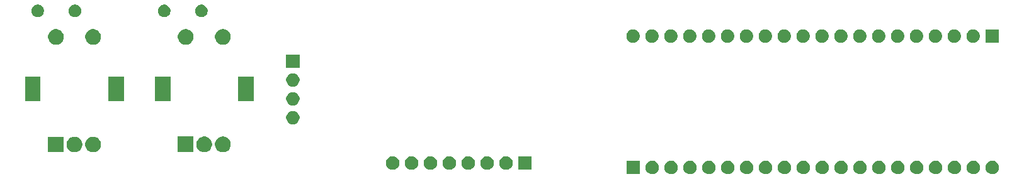
<source format=gbr>
G04 #@! TF.GenerationSoftware,KiCad,Pcbnew,(5.1.5)-3*
G04 #@! TF.CreationDate,2020-11-18T18:17:58+13:00*
G04 #@! TF.ProjectId,MidiControllerV1,4d696469-436f-46e7-9472-6f6c6c657256,rev?*
G04 #@! TF.SameCoordinates,Original*
G04 #@! TF.FileFunction,Soldermask,Bot*
G04 #@! TF.FilePolarity,Negative*
%FSLAX46Y46*%
G04 Gerber Fmt 4.6, Leading zero omitted, Abs format (unit mm)*
G04 Created by KiCad (PCBNEW (5.1.5)-3) date 2020-11-18 18:17:58*
%MOMM*%
%LPD*%
G04 APERTURE LIST*
%ADD10C,0.150000*%
G04 APERTURE END LIST*
D10*
G36*
X128593512Y-41713927D02*
G01*
X128742812Y-41743624D01*
X128906784Y-41811544D01*
X129054354Y-41910147D01*
X129179853Y-42035646D01*
X129278456Y-42183216D01*
X129346376Y-42347188D01*
X129381000Y-42521259D01*
X129381000Y-42698741D01*
X129346376Y-42872812D01*
X129278456Y-43036784D01*
X129179853Y-43184354D01*
X129054354Y-43309853D01*
X128906784Y-43408456D01*
X128742812Y-43476376D01*
X128593512Y-43506073D01*
X128568742Y-43511000D01*
X128391258Y-43511000D01*
X128366488Y-43506073D01*
X128217188Y-43476376D01*
X128053216Y-43408456D01*
X127905646Y-43309853D01*
X127780147Y-43184354D01*
X127681544Y-43036784D01*
X127613624Y-42872812D01*
X127579000Y-42698741D01*
X127579000Y-42521259D01*
X127613624Y-42347188D01*
X127681544Y-42183216D01*
X127780147Y-42035646D01*
X127905646Y-41910147D01*
X128053216Y-41811544D01*
X128217188Y-41743624D01*
X128366488Y-41713927D01*
X128391258Y-41709000D01*
X128568742Y-41709000D01*
X128593512Y-41713927D01*
G37*
G36*
X151453512Y-41713927D02*
G01*
X151602812Y-41743624D01*
X151766784Y-41811544D01*
X151914354Y-41910147D01*
X152039853Y-42035646D01*
X152138456Y-42183216D01*
X152206376Y-42347188D01*
X152241000Y-42521259D01*
X152241000Y-42698741D01*
X152206376Y-42872812D01*
X152138456Y-43036784D01*
X152039853Y-43184354D01*
X151914354Y-43309853D01*
X151766784Y-43408456D01*
X151602812Y-43476376D01*
X151453512Y-43506073D01*
X151428742Y-43511000D01*
X151251258Y-43511000D01*
X151226488Y-43506073D01*
X151077188Y-43476376D01*
X150913216Y-43408456D01*
X150765646Y-43309853D01*
X150640147Y-43184354D01*
X150541544Y-43036784D01*
X150473624Y-42872812D01*
X150439000Y-42698741D01*
X150439000Y-42521259D01*
X150473624Y-42347188D01*
X150541544Y-42183216D01*
X150640147Y-42035646D01*
X150765646Y-41910147D01*
X150913216Y-41811544D01*
X151077188Y-41743624D01*
X151226488Y-41713927D01*
X151251258Y-41709000D01*
X151428742Y-41709000D01*
X151453512Y-41713927D01*
G37*
G36*
X126053512Y-41713927D02*
G01*
X126202812Y-41743624D01*
X126366784Y-41811544D01*
X126514354Y-41910147D01*
X126639853Y-42035646D01*
X126738456Y-42183216D01*
X126806376Y-42347188D01*
X126841000Y-42521259D01*
X126841000Y-42698741D01*
X126806376Y-42872812D01*
X126738456Y-43036784D01*
X126639853Y-43184354D01*
X126514354Y-43309853D01*
X126366784Y-43408456D01*
X126202812Y-43476376D01*
X126053512Y-43506073D01*
X126028742Y-43511000D01*
X125851258Y-43511000D01*
X125826488Y-43506073D01*
X125677188Y-43476376D01*
X125513216Y-43408456D01*
X125365646Y-43309853D01*
X125240147Y-43184354D01*
X125141544Y-43036784D01*
X125073624Y-42872812D01*
X125039000Y-42698741D01*
X125039000Y-42521259D01*
X125073624Y-42347188D01*
X125141544Y-42183216D01*
X125240147Y-42035646D01*
X125365646Y-41910147D01*
X125513216Y-41811544D01*
X125677188Y-41743624D01*
X125826488Y-41713927D01*
X125851258Y-41709000D01*
X126028742Y-41709000D01*
X126053512Y-41713927D01*
G37*
G36*
X131133512Y-41713927D02*
G01*
X131282812Y-41743624D01*
X131446784Y-41811544D01*
X131594354Y-41910147D01*
X131719853Y-42035646D01*
X131818456Y-42183216D01*
X131886376Y-42347188D01*
X131921000Y-42521259D01*
X131921000Y-42698741D01*
X131886376Y-42872812D01*
X131818456Y-43036784D01*
X131719853Y-43184354D01*
X131594354Y-43309853D01*
X131446784Y-43408456D01*
X131282812Y-43476376D01*
X131133512Y-43506073D01*
X131108742Y-43511000D01*
X130931258Y-43511000D01*
X130906488Y-43506073D01*
X130757188Y-43476376D01*
X130593216Y-43408456D01*
X130445646Y-43309853D01*
X130320147Y-43184354D01*
X130221544Y-43036784D01*
X130153624Y-42872812D01*
X130119000Y-42698741D01*
X130119000Y-42521259D01*
X130153624Y-42347188D01*
X130221544Y-42183216D01*
X130320147Y-42035646D01*
X130445646Y-41910147D01*
X130593216Y-41811544D01*
X130757188Y-41743624D01*
X130906488Y-41713927D01*
X130931258Y-41709000D01*
X131108742Y-41709000D01*
X131133512Y-41713927D01*
G37*
G36*
X133673512Y-41713927D02*
G01*
X133822812Y-41743624D01*
X133986784Y-41811544D01*
X134134354Y-41910147D01*
X134259853Y-42035646D01*
X134358456Y-42183216D01*
X134426376Y-42347188D01*
X134461000Y-42521259D01*
X134461000Y-42698741D01*
X134426376Y-42872812D01*
X134358456Y-43036784D01*
X134259853Y-43184354D01*
X134134354Y-43309853D01*
X133986784Y-43408456D01*
X133822812Y-43476376D01*
X133673512Y-43506073D01*
X133648742Y-43511000D01*
X133471258Y-43511000D01*
X133446488Y-43506073D01*
X133297188Y-43476376D01*
X133133216Y-43408456D01*
X132985646Y-43309853D01*
X132860147Y-43184354D01*
X132761544Y-43036784D01*
X132693624Y-42872812D01*
X132659000Y-42698741D01*
X132659000Y-42521259D01*
X132693624Y-42347188D01*
X132761544Y-42183216D01*
X132860147Y-42035646D01*
X132985646Y-41910147D01*
X133133216Y-41811544D01*
X133297188Y-41743624D01*
X133446488Y-41713927D01*
X133471258Y-41709000D01*
X133648742Y-41709000D01*
X133673512Y-41713927D01*
G37*
G36*
X136213512Y-41713927D02*
G01*
X136362812Y-41743624D01*
X136526784Y-41811544D01*
X136674354Y-41910147D01*
X136799853Y-42035646D01*
X136898456Y-42183216D01*
X136966376Y-42347188D01*
X137001000Y-42521259D01*
X137001000Y-42698741D01*
X136966376Y-42872812D01*
X136898456Y-43036784D01*
X136799853Y-43184354D01*
X136674354Y-43309853D01*
X136526784Y-43408456D01*
X136362812Y-43476376D01*
X136213512Y-43506073D01*
X136188742Y-43511000D01*
X136011258Y-43511000D01*
X135986488Y-43506073D01*
X135837188Y-43476376D01*
X135673216Y-43408456D01*
X135525646Y-43309853D01*
X135400147Y-43184354D01*
X135301544Y-43036784D01*
X135233624Y-42872812D01*
X135199000Y-42698741D01*
X135199000Y-42521259D01*
X135233624Y-42347188D01*
X135301544Y-42183216D01*
X135400147Y-42035646D01*
X135525646Y-41910147D01*
X135673216Y-41811544D01*
X135837188Y-41743624D01*
X135986488Y-41713927D01*
X136011258Y-41709000D01*
X136188742Y-41709000D01*
X136213512Y-41713927D01*
G37*
G36*
X138753512Y-41713927D02*
G01*
X138902812Y-41743624D01*
X139066784Y-41811544D01*
X139214354Y-41910147D01*
X139339853Y-42035646D01*
X139438456Y-42183216D01*
X139506376Y-42347188D01*
X139541000Y-42521259D01*
X139541000Y-42698741D01*
X139506376Y-42872812D01*
X139438456Y-43036784D01*
X139339853Y-43184354D01*
X139214354Y-43309853D01*
X139066784Y-43408456D01*
X138902812Y-43476376D01*
X138753512Y-43506073D01*
X138728742Y-43511000D01*
X138551258Y-43511000D01*
X138526488Y-43506073D01*
X138377188Y-43476376D01*
X138213216Y-43408456D01*
X138065646Y-43309853D01*
X137940147Y-43184354D01*
X137841544Y-43036784D01*
X137773624Y-42872812D01*
X137739000Y-42698741D01*
X137739000Y-42521259D01*
X137773624Y-42347188D01*
X137841544Y-42183216D01*
X137940147Y-42035646D01*
X138065646Y-41910147D01*
X138213216Y-41811544D01*
X138377188Y-41743624D01*
X138526488Y-41713927D01*
X138551258Y-41709000D01*
X138728742Y-41709000D01*
X138753512Y-41713927D01*
G37*
G36*
X141293512Y-41713927D02*
G01*
X141442812Y-41743624D01*
X141606784Y-41811544D01*
X141754354Y-41910147D01*
X141879853Y-42035646D01*
X141978456Y-42183216D01*
X142046376Y-42347188D01*
X142081000Y-42521259D01*
X142081000Y-42698741D01*
X142046376Y-42872812D01*
X141978456Y-43036784D01*
X141879853Y-43184354D01*
X141754354Y-43309853D01*
X141606784Y-43408456D01*
X141442812Y-43476376D01*
X141293512Y-43506073D01*
X141268742Y-43511000D01*
X141091258Y-43511000D01*
X141066488Y-43506073D01*
X140917188Y-43476376D01*
X140753216Y-43408456D01*
X140605646Y-43309853D01*
X140480147Y-43184354D01*
X140381544Y-43036784D01*
X140313624Y-42872812D01*
X140279000Y-42698741D01*
X140279000Y-42521259D01*
X140313624Y-42347188D01*
X140381544Y-42183216D01*
X140480147Y-42035646D01*
X140605646Y-41910147D01*
X140753216Y-41811544D01*
X140917188Y-41743624D01*
X141066488Y-41713927D01*
X141091258Y-41709000D01*
X141268742Y-41709000D01*
X141293512Y-41713927D01*
G37*
G36*
X143833512Y-41713927D02*
G01*
X143982812Y-41743624D01*
X144146784Y-41811544D01*
X144294354Y-41910147D01*
X144419853Y-42035646D01*
X144518456Y-42183216D01*
X144586376Y-42347188D01*
X144621000Y-42521259D01*
X144621000Y-42698741D01*
X144586376Y-42872812D01*
X144518456Y-43036784D01*
X144419853Y-43184354D01*
X144294354Y-43309853D01*
X144146784Y-43408456D01*
X143982812Y-43476376D01*
X143833512Y-43506073D01*
X143808742Y-43511000D01*
X143631258Y-43511000D01*
X143606488Y-43506073D01*
X143457188Y-43476376D01*
X143293216Y-43408456D01*
X143145646Y-43309853D01*
X143020147Y-43184354D01*
X142921544Y-43036784D01*
X142853624Y-42872812D01*
X142819000Y-42698741D01*
X142819000Y-42521259D01*
X142853624Y-42347188D01*
X142921544Y-42183216D01*
X143020147Y-42035646D01*
X143145646Y-41910147D01*
X143293216Y-41811544D01*
X143457188Y-41743624D01*
X143606488Y-41713927D01*
X143631258Y-41709000D01*
X143808742Y-41709000D01*
X143833512Y-41713927D01*
G37*
G36*
X146373512Y-41713927D02*
G01*
X146522812Y-41743624D01*
X146686784Y-41811544D01*
X146834354Y-41910147D01*
X146959853Y-42035646D01*
X147058456Y-42183216D01*
X147126376Y-42347188D01*
X147161000Y-42521259D01*
X147161000Y-42698741D01*
X147126376Y-42872812D01*
X147058456Y-43036784D01*
X146959853Y-43184354D01*
X146834354Y-43309853D01*
X146686784Y-43408456D01*
X146522812Y-43476376D01*
X146373512Y-43506073D01*
X146348742Y-43511000D01*
X146171258Y-43511000D01*
X146146488Y-43506073D01*
X145997188Y-43476376D01*
X145833216Y-43408456D01*
X145685646Y-43309853D01*
X145560147Y-43184354D01*
X145461544Y-43036784D01*
X145393624Y-42872812D01*
X145359000Y-42698741D01*
X145359000Y-42521259D01*
X145393624Y-42347188D01*
X145461544Y-42183216D01*
X145560147Y-42035646D01*
X145685646Y-41910147D01*
X145833216Y-41811544D01*
X145997188Y-41743624D01*
X146146488Y-41713927D01*
X146171258Y-41709000D01*
X146348742Y-41709000D01*
X146373512Y-41713927D01*
G37*
G36*
X123513512Y-41713927D02*
G01*
X123662812Y-41743624D01*
X123826784Y-41811544D01*
X123974354Y-41910147D01*
X124099853Y-42035646D01*
X124198456Y-42183216D01*
X124266376Y-42347188D01*
X124301000Y-42521259D01*
X124301000Y-42698741D01*
X124266376Y-42872812D01*
X124198456Y-43036784D01*
X124099853Y-43184354D01*
X123974354Y-43309853D01*
X123826784Y-43408456D01*
X123662812Y-43476376D01*
X123513512Y-43506073D01*
X123488742Y-43511000D01*
X123311258Y-43511000D01*
X123286488Y-43506073D01*
X123137188Y-43476376D01*
X122973216Y-43408456D01*
X122825646Y-43309853D01*
X122700147Y-43184354D01*
X122601544Y-43036784D01*
X122533624Y-42872812D01*
X122499000Y-42698741D01*
X122499000Y-42521259D01*
X122533624Y-42347188D01*
X122601544Y-42183216D01*
X122700147Y-42035646D01*
X122825646Y-41910147D01*
X122973216Y-41811544D01*
X123137188Y-41743624D01*
X123286488Y-41713927D01*
X123311258Y-41709000D01*
X123488742Y-41709000D01*
X123513512Y-41713927D01*
G37*
G36*
X103981000Y-43511000D02*
G01*
X102179000Y-43511000D01*
X102179000Y-41709000D01*
X103981000Y-41709000D01*
X103981000Y-43511000D01*
G37*
G36*
X105733512Y-41713927D02*
G01*
X105882812Y-41743624D01*
X106046784Y-41811544D01*
X106194354Y-41910147D01*
X106319853Y-42035646D01*
X106418456Y-42183216D01*
X106486376Y-42347188D01*
X106521000Y-42521259D01*
X106521000Y-42698741D01*
X106486376Y-42872812D01*
X106418456Y-43036784D01*
X106319853Y-43184354D01*
X106194354Y-43309853D01*
X106046784Y-43408456D01*
X105882812Y-43476376D01*
X105733512Y-43506073D01*
X105708742Y-43511000D01*
X105531258Y-43511000D01*
X105506488Y-43506073D01*
X105357188Y-43476376D01*
X105193216Y-43408456D01*
X105045646Y-43309853D01*
X104920147Y-43184354D01*
X104821544Y-43036784D01*
X104753624Y-42872812D01*
X104719000Y-42698741D01*
X104719000Y-42521259D01*
X104753624Y-42347188D01*
X104821544Y-42183216D01*
X104920147Y-42035646D01*
X105045646Y-41910147D01*
X105193216Y-41811544D01*
X105357188Y-41743624D01*
X105506488Y-41713927D01*
X105531258Y-41709000D01*
X105708742Y-41709000D01*
X105733512Y-41713927D01*
G37*
G36*
X108273512Y-41713927D02*
G01*
X108422812Y-41743624D01*
X108586784Y-41811544D01*
X108734354Y-41910147D01*
X108859853Y-42035646D01*
X108958456Y-42183216D01*
X109026376Y-42347188D01*
X109061000Y-42521259D01*
X109061000Y-42698741D01*
X109026376Y-42872812D01*
X108958456Y-43036784D01*
X108859853Y-43184354D01*
X108734354Y-43309853D01*
X108586784Y-43408456D01*
X108422812Y-43476376D01*
X108273512Y-43506073D01*
X108248742Y-43511000D01*
X108071258Y-43511000D01*
X108046488Y-43506073D01*
X107897188Y-43476376D01*
X107733216Y-43408456D01*
X107585646Y-43309853D01*
X107460147Y-43184354D01*
X107361544Y-43036784D01*
X107293624Y-42872812D01*
X107259000Y-42698741D01*
X107259000Y-42521259D01*
X107293624Y-42347188D01*
X107361544Y-42183216D01*
X107460147Y-42035646D01*
X107585646Y-41910147D01*
X107733216Y-41811544D01*
X107897188Y-41743624D01*
X108046488Y-41713927D01*
X108071258Y-41709000D01*
X108248742Y-41709000D01*
X108273512Y-41713927D01*
G37*
G36*
X110813512Y-41713927D02*
G01*
X110962812Y-41743624D01*
X111126784Y-41811544D01*
X111274354Y-41910147D01*
X111399853Y-42035646D01*
X111498456Y-42183216D01*
X111566376Y-42347188D01*
X111601000Y-42521259D01*
X111601000Y-42698741D01*
X111566376Y-42872812D01*
X111498456Y-43036784D01*
X111399853Y-43184354D01*
X111274354Y-43309853D01*
X111126784Y-43408456D01*
X110962812Y-43476376D01*
X110813512Y-43506073D01*
X110788742Y-43511000D01*
X110611258Y-43511000D01*
X110586488Y-43506073D01*
X110437188Y-43476376D01*
X110273216Y-43408456D01*
X110125646Y-43309853D01*
X110000147Y-43184354D01*
X109901544Y-43036784D01*
X109833624Y-42872812D01*
X109799000Y-42698741D01*
X109799000Y-42521259D01*
X109833624Y-42347188D01*
X109901544Y-42183216D01*
X110000147Y-42035646D01*
X110125646Y-41910147D01*
X110273216Y-41811544D01*
X110437188Y-41743624D01*
X110586488Y-41713927D01*
X110611258Y-41709000D01*
X110788742Y-41709000D01*
X110813512Y-41713927D01*
G37*
G36*
X115893512Y-41713927D02*
G01*
X116042812Y-41743624D01*
X116206784Y-41811544D01*
X116354354Y-41910147D01*
X116479853Y-42035646D01*
X116578456Y-42183216D01*
X116646376Y-42347188D01*
X116681000Y-42521259D01*
X116681000Y-42698741D01*
X116646376Y-42872812D01*
X116578456Y-43036784D01*
X116479853Y-43184354D01*
X116354354Y-43309853D01*
X116206784Y-43408456D01*
X116042812Y-43476376D01*
X115893512Y-43506073D01*
X115868742Y-43511000D01*
X115691258Y-43511000D01*
X115666488Y-43506073D01*
X115517188Y-43476376D01*
X115353216Y-43408456D01*
X115205646Y-43309853D01*
X115080147Y-43184354D01*
X114981544Y-43036784D01*
X114913624Y-42872812D01*
X114879000Y-42698741D01*
X114879000Y-42521259D01*
X114913624Y-42347188D01*
X114981544Y-42183216D01*
X115080147Y-42035646D01*
X115205646Y-41910147D01*
X115353216Y-41811544D01*
X115517188Y-41743624D01*
X115666488Y-41713927D01*
X115691258Y-41709000D01*
X115868742Y-41709000D01*
X115893512Y-41713927D01*
G37*
G36*
X148913512Y-41713927D02*
G01*
X149062812Y-41743624D01*
X149226784Y-41811544D01*
X149374354Y-41910147D01*
X149499853Y-42035646D01*
X149598456Y-42183216D01*
X149666376Y-42347188D01*
X149701000Y-42521259D01*
X149701000Y-42698741D01*
X149666376Y-42872812D01*
X149598456Y-43036784D01*
X149499853Y-43184354D01*
X149374354Y-43309853D01*
X149226784Y-43408456D01*
X149062812Y-43476376D01*
X148913512Y-43506073D01*
X148888742Y-43511000D01*
X148711258Y-43511000D01*
X148686488Y-43506073D01*
X148537188Y-43476376D01*
X148373216Y-43408456D01*
X148225646Y-43309853D01*
X148100147Y-43184354D01*
X148001544Y-43036784D01*
X147933624Y-42872812D01*
X147899000Y-42698741D01*
X147899000Y-42521259D01*
X147933624Y-42347188D01*
X148001544Y-42183216D01*
X148100147Y-42035646D01*
X148225646Y-41910147D01*
X148373216Y-41811544D01*
X148537188Y-41743624D01*
X148686488Y-41713927D01*
X148711258Y-41709000D01*
X148888742Y-41709000D01*
X148913512Y-41713927D01*
G37*
G36*
X120973512Y-41713927D02*
G01*
X121122812Y-41743624D01*
X121286784Y-41811544D01*
X121434354Y-41910147D01*
X121559853Y-42035646D01*
X121658456Y-42183216D01*
X121726376Y-42347188D01*
X121761000Y-42521259D01*
X121761000Y-42698741D01*
X121726376Y-42872812D01*
X121658456Y-43036784D01*
X121559853Y-43184354D01*
X121434354Y-43309853D01*
X121286784Y-43408456D01*
X121122812Y-43476376D01*
X120973512Y-43506073D01*
X120948742Y-43511000D01*
X120771258Y-43511000D01*
X120746488Y-43506073D01*
X120597188Y-43476376D01*
X120433216Y-43408456D01*
X120285646Y-43309853D01*
X120160147Y-43184354D01*
X120061544Y-43036784D01*
X119993624Y-42872812D01*
X119959000Y-42698741D01*
X119959000Y-42521259D01*
X119993624Y-42347188D01*
X120061544Y-42183216D01*
X120160147Y-42035646D01*
X120285646Y-41910147D01*
X120433216Y-41811544D01*
X120597188Y-41743624D01*
X120746488Y-41713927D01*
X120771258Y-41709000D01*
X120948742Y-41709000D01*
X120973512Y-41713927D01*
G37*
G36*
X118433512Y-41713927D02*
G01*
X118582812Y-41743624D01*
X118746784Y-41811544D01*
X118894354Y-41910147D01*
X119019853Y-42035646D01*
X119118456Y-42183216D01*
X119186376Y-42347188D01*
X119221000Y-42521259D01*
X119221000Y-42698741D01*
X119186376Y-42872812D01*
X119118456Y-43036784D01*
X119019853Y-43184354D01*
X118894354Y-43309853D01*
X118746784Y-43408456D01*
X118582812Y-43476376D01*
X118433512Y-43506073D01*
X118408742Y-43511000D01*
X118231258Y-43511000D01*
X118206488Y-43506073D01*
X118057188Y-43476376D01*
X117893216Y-43408456D01*
X117745646Y-43309853D01*
X117620147Y-43184354D01*
X117521544Y-43036784D01*
X117453624Y-42872812D01*
X117419000Y-42698741D01*
X117419000Y-42521259D01*
X117453624Y-42347188D01*
X117521544Y-42183216D01*
X117620147Y-42035646D01*
X117745646Y-41910147D01*
X117893216Y-41811544D01*
X118057188Y-41743624D01*
X118206488Y-41713927D01*
X118231258Y-41709000D01*
X118408742Y-41709000D01*
X118433512Y-41713927D01*
G37*
G36*
X113353512Y-41713927D02*
G01*
X113502812Y-41743624D01*
X113666784Y-41811544D01*
X113814354Y-41910147D01*
X113939853Y-42035646D01*
X114038456Y-42183216D01*
X114106376Y-42347188D01*
X114141000Y-42521259D01*
X114141000Y-42698741D01*
X114106376Y-42872812D01*
X114038456Y-43036784D01*
X113939853Y-43184354D01*
X113814354Y-43309853D01*
X113666784Y-43408456D01*
X113502812Y-43476376D01*
X113353512Y-43506073D01*
X113328742Y-43511000D01*
X113151258Y-43511000D01*
X113126488Y-43506073D01*
X112977188Y-43476376D01*
X112813216Y-43408456D01*
X112665646Y-43309853D01*
X112540147Y-43184354D01*
X112441544Y-43036784D01*
X112373624Y-42872812D01*
X112339000Y-42698741D01*
X112339000Y-42521259D01*
X112373624Y-42347188D01*
X112441544Y-42183216D01*
X112540147Y-42035646D01*
X112665646Y-41910147D01*
X112813216Y-41811544D01*
X112977188Y-41743624D01*
X113126488Y-41713927D01*
X113151258Y-41709000D01*
X113328742Y-41709000D01*
X113353512Y-41713927D01*
G37*
G36*
X78453512Y-41103927D02*
G01*
X78602812Y-41133624D01*
X78766784Y-41201544D01*
X78914354Y-41300147D01*
X79039853Y-41425646D01*
X79138456Y-41573216D01*
X79206376Y-41737188D01*
X79241000Y-41911259D01*
X79241000Y-42088741D01*
X79206376Y-42262812D01*
X79138456Y-42426784D01*
X79039853Y-42574354D01*
X78914354Y-42699853D01*
X78766784Y-42798456D01*
X78602812Y-42866376D01*
X78453512Y-42896073D01*
X78428742Y-42901000D01*
X78251258Y-42901000D01*
X78226488Y-42896073D01*
X78077188Y-42866376D01*
X77913216Y-42798456D01*
X77765646Y-42699853D01*
X77640147Y-42574354D01*
X77541544Y-42426784D01*
X77473624Y-42262812D01*
X77439000Y-42088741D01*
X77439000Y-41911259D01*
X77473624Y-41737188D01*
X77541544Y-41573216D01*
X77640147Y-41425646D01*
X77765646Y-41300147D01*
X77913216Y-41201544D01*
X78077188Y-41133624D01*
X78226488Y-41103927D01*
X78251258Y-41099000D01*
X78428742Y-41099000D01*
X78453512Y-41103927D01*
G37*
G36*
X86073512Y-41103927D02*
G01*
X86222812Y-41133624D01*
X86386784Y-41201544D01*
X86534354Y-41300147D01*
X86659853Y-41425646D01*
X86758456Y-41573216D01*
X86826376Y-41737188D01*
X86861000Y-41911259D01*
X86861000Y-42088741D01*
X86826376Y-42262812D01*
X86758456Y-42426784D01*
X86659853Y-42574354D01*
X86534354Y-42699853D01*
X86386784Y-42798456D01*
X86222812Y-42866376D01*
X86073512Y-42896073D01*
X86048742Y-42901000D01*
X85871258Y-42901000D01*
X85846488Y-42896073D01*
X85697188Y-42866376D01*
X85533216Y-42798456D01*
X85385646Y-42699853D01*
X85260147Y-42574354D01*
X85161544Y-42426784D01*
X85093624Y-42262812D01*
X85059000Y-42088741D01*
X85059000Y-41911259D01*
X85093624Y-41737188D01*
X85161544Y-41573216D01*
X85260147Y-41425646D01*
X85385646Y-41300147D01*
X85533216Y-41201544D01*
X85697188Y-41133624D01*
X85846488Y-41103927D01*
X85871258Y-41099000D01*
X86048742Y-41099000D01*
X86073512Y-41103927D01*
G37*
G36*
X80993512Y-41103927D02*
G01*
X81142812Y-41133624D01*
X81306784Y-41201544D01*
X81454354Y-41300147D01*
X81579853Y-41425646D01*
X81678456Y-41573216D01*
X81746376Y-41737188D01*
X81781000Y-41911259D01*
X81781000Y-42088741D01*
X81746376Y-42262812D01*
X81678456Y-42426784D01*
X81579853Y-42574354D01*
X81454354Y-42699853D01*
X81306784Y-42798456D01*
X81142812Y-42866376D01*
X80993512Y-42896073D01*
X80968742Y-42901000D01*
X80791258Y-42901000D01*
X80766488Y-42896073D01*
X80617188Y-42866376D01*
X80453216Y-42798456D01*
X80305646Y-42699853D01*
X80180147Y-42574354D01*
X80081544Y-42426784D01*
X80013624Y-42262812D01*
X79979000Y-42088741D01*
X79979000Y-41911259D01*
X80013624Y-41737188D01*
X80081544Y-41573216D01*
X80180147Y-41425646D01*
X80305646Y-41300147D01*
X80453216Y-41201544D01*
X80617188Y-41133624D01*
X80766488Y-41103927D01*
X80791258Y-41099000D01*
X80968742Y-41099000D01*
X80993512Y-41103927D01*
G37*
G36*
X83533512Y-41103927D02*
G01*
X83682812Y-41133624D01*
X83846784Y-41201544D01*
X83994354Y-41300147D01*
X84119853Y-41425646D01*
X84218456Y-41573216D01*
X84286376Y-41737188D01*
X84321000Y-41911259D01*
X84321000Y-42088741D01*
X84286376Y-42262812D01*
X84218456Y-42426784D01*
X84119853Y-42574354D01*
X83994354Y-42699853D01*
X83846784Y-42798456D01*
X83682812Y-42866376D01*
X83533512Y-42896073D01*
X83508742Y-42901000D01*
X83331258Y-42901000D01*
X83306488Y-42896073D01*
X83157188Y-42866376D01*
X82993216Y-42798456D01*
X82845646Y-42699853D01*
X82720147Y-42574354D01*
X82621544Y-42426784D01*
X82553624Y-42262812D01*
X82519000Y-42088741D01*
X82519000Y-41911259D01*
X82553624Y-41737188D01*
X82621544Y-41573216D01*
X82720147Y-41425646D01*
X82845646Y-41300147D01*
X82993216Y-41201544D01*
X83157188Y-41133624D01*
X83306488Y-41103927D01*
X83331258Y-41099000D01*
X83508742Y-41099000D01*
X83533512Y-41103927D01*
G37*
G36*
X89401000Y-42901000D02*
G01*
X87599000Y-42901000D01*
X87599000Y-41099000D01*
X89401000Y-41099000D01*
X89401000Y-42901000D01*
G37*
G36*
X75913512Y-41103927D02*
G01*
X76062812Y-41133624D01*
X76226784Y-41201544D01*
X76374354Y-41300147D01*
X76499853Y-41425646D01*
X76598456Y-41573216D01*
X76666376Y-41737188D01*
X76701000Y-41911259D01*
X76701000Y-42088741D01*
X76666376Y-42262812D01*
X76598456Y-42426784D01*
X76499853Y-42574354D01*
X76374354Y-42699853D01*
X76226784Y-42798456D01*
X76062812Y-42866376D01*
X75913512Y-42896073D01*
X75888742Y-42901000D01*
X75711258Y-42901000D01*
X75686488Y-42896073D01*
X75537188Y-42866376D01*
X75373216Y-42798456D01*
X75225646Y-42699853D01*
X75100147Y-42574354D01*
X75001544Y-42426784D01*
X74933624Y-42262812D01*
X74899000Y-42088741D01*
X74899000Y-41911259D01*
X74933624Y-41737188D01*
X75001544Y-41573216D01*
X75100147Y-41425646D01*
X75225646Y-41300147D01*
X75373216Y-41201544D01*
X75537188Y-41133624D01*
X75686488Y-41103927D01*
X75711258Y-41099000D01*
X75888742Y-41099000D01*
X75913512Y-41103927D01*
G37*
G36*
X73373512Y-41103927D02*
G01*
X73522812Y-41133624D01*
X73686784Y-41201544D01*
X73834354Y-41300147D01*
X73959853Y-41425646D01*
X74058456Y-41573216D01*
X74126376Y-41737188D01*
X74161000Y-41911259D01*
X74161000Y-42088741D01*
X74126376Y-42262812D01*
X74058456Y-42426784D01*
X73959853Y-42574354D01*
X73834354Y-42699853D01*
X73686784Y-42798456D01*
X73522812Y-42866376D01*
X73373512Y-42896073D01*
X73348742Y-42901000D01*
X73171258Y-42901000D01*
X73146488Y-42896073D01*
X72997188Y-42866376D01*
X72833216Y-42798456D01*
X72685646Y-42699853D01*
X72560147Y-42574354D01*
X72461544Y-42426784D01*
X72393624Y-42262812D01*
X72359000Y-42088741D01*
X72359000Y-41911259D01*
X72393624Y-41737188D01*
X72461544Y-41573216D01*
X72560147Y-41425646D01*
X72685646Y-41300147D01*
X72833216Y-41201544D01*
X72997188Y-41133624D01*
X73146488Y-41103927D01*
X73171258Y-41099000D01*
X73348742Y-41099000D01*
X73373512Y-41103927D01*
G37*
G36*
X70833512Y-41103927D02*
G01*
X70982812Y-41133624D01*
X71146784Y-41201544D01*
X71294354Y-41300147D01*
X71419853Y-41425646D01*
X71518456Y-41573216D01*
X71586376Y-41737188D01*
X71621000Y-41911259D01*
X71621000Y-42088741D01*
X71586376Y-42262812D01*
X71518456Y-42426784D01*
X71419853Y-42574354D01*
X71294354Y-42699853D01*
X71146784Y-42798456D01*
X70982812Y-42866376D01*
X70833512Y-42896073D01*
X70808742Y-42901000D01*
X70631258Y-42901000D01*
X70606488Y-42896073D01*
X70457188Y-42866376D01*
X70293216Y-42798456D01*
X70145646Y-42699853D01*
X70020147Y-42574354D01*
X69921544Y-42426784D01*
X69853624Y-42262812D01*
X69819000Y-42088741D01*
X69819000Y-41911259D01*
X69853624Y-41737188D01*
X69921544Y-41573216D01*
X70020147Y-41425646D01*
X70145646Y-41300147D01*
X70293216Y-41201544D01*
X70457188Y-41133624D01*
X70606488Y-41103927D01*
X70631258Y-41099000D01*
X70808742Y-41099000D01*
X70833512Y-41103927D01*
G37*
G36*
X26491000Y-40551000D02*
G01*
X24389000Y-40551000D01*
X24389000Y-38449000D01*
X26491000Y-38449000D01*
X26491000Y-40551000D01*
G37*
G36*
X28246564Y-38489389D02*
G01*
X28425764Y-38563616D01*
X28437835Y-38568616D01*
X28602490Y-38678635D01*
X28609973Y-38683635D01*
X28756365Y-38830027D01*
X28871385Y-39002167D01*
X28950611Y-39193436D01*
X28991000Y-39396484D01*
X28991000Y-39603516D01*
X28950611Y-39806564D01*
X28873456Y-39992833D01*
X28871384Y-39997835D01*
X28756365Y-40169973D01*
X28609973Y-40316365D01*
X28437835Y-40431384D01*
X28437834Y-40431385D01*
X28437833Y-40431385D01*
X28246564Y-40510611D01*
X28043516Y-40551000D01*
X27836484Y-40551000D01*
X27633436Y-40510611D01*
X27442167Y-40431385D01*
X27442166Y-40431385D01*
X27442165Y-40431384D01*
X27270027Y-40316365D01*
X27123635Y-40169973D01*
X27008616Y-39997835D01*
X27006544Y-39992833D01*
X26929389Y-39806564D01*
X26889000Y-39603516D01*
X26889000Y-39396484D01*
X26929389Y-39193436D01*
X27008615Y-39002167D01*
X27123635Y-38830027D01*
X27270027Y-38683635D01*
X27277510Y-38678635D01*
X27442165Y-38568616D01*
X27454236Y-38563616D01*
X27633436Y-38489389D01*
X27836484Y-38449000D01*
X28043516Y-38449000D01*
X28246564Y-38489389D01*
G37*
G36*
X30746564Y-38489389D02*
G01*
X30925764Y-38563616D01*
X30937835Y-38568616D01*
X31102490Y-38678635D01*
X31109973Y-38683635D01*
X31256365Y-38830027D01*
X31371385Y-39002167D01*
X31450611Y-39193436D01*
X31491000Y-39396484D01*
X31491000Y-39603516D01*
X31450611Y-39806564D01*
X31373456Y-39992833D01*
X31371384Y-39997835D01*
X31256365Y-40169973D01*
X31109973Y-40316365D01*
X30937835Y-40431384D01*
X30937834Y-40431385D01*
X30937833Y-40431385D01*
X30746564Y-40510611D01*
X30543516Y-40551000D01*
X30336484Y-40551000D01*
X30133436Y-40510611D01*
X29942167Y-40431385D01*
X29942166Y-40431385D01*
X29942165Y-40431384D01*
X29770027Y-40316365D01*
X29623635Y-40169973D01*
X29508616Y-39997835D01*
X29506544Y-39992833D01*
X29429389Y-39806564D01*
X29389000Y-39603516D01*
X29389000Y-39396484D01*
X29429389Y-39193436D01*
X29508615Y-39002167D01*
X29623635Y-38830027D01*
X29770027Y-38683635D01*
X29777510Y-38678635D01*
X29942165Y-38568616D01*
X29954236Y-38563616D01*
X30133436Y-38489389D01*
X30336484Y-38449000D01*
X30543516Y-38449000D01*
X30746564Y-38489389D01*
G37*
G36*
X48206564Y-38484389D02*
G01*
X48397833Y-38563615D01*
X48397835Y-38563616D01*
X48405318Y-38568616D01*
X48569973Y-38678635D01*
X48716365Y-38825027D01*
X48831385Y-38997167D01*
X48910611Y-39188436D01*
X48951000Y-39391484D01*
X48951000Y-39598516D01*
X48910611Y-39801564D01*
X48831385Y-39992833D01*
X48831384Y-39992835D01*
X48716365Y-40164973D01*
X48569973Y-40311365D01*
X48397835Y-40426384D01*
X48397834Y-40426385D01*
X48397833Y-40426385D01*
X48206564Y-40505611D01*
X48003516Y-40546000D01*
X47796484Y-40546000D01*
X47593436Y-40505611D01*
X47402167Y-40426385D01*
X47402166Y-40426385D01*
X47402165Y-40426384D01*
X47230027Y-40311365D01*
X47083635Y-40164973D01*
X46968616Y-39992835D01*
X46968615Y-39992833D01*
X46889389Y-39801564D01*
X46849000Y-39598516D01*
X46849000Y-39391484D01*
X46889389Y-39188436D01*
X46968615Y-38997167D01*
X47083635Y-38825027D01*
X47230027Y-38678635D01*
X47394682Y-38568616D01*
X47402165Y-38563616D01*
X47402167Y-38563615D01*
X47593436Y-38484389D01*
X47796484Y-38444000D01*
X48003516Y-38444000D01*
X48206564Y-38484389D01*
G37*
G36*
X45706564Y-38484389D02*
G01*
X45897833Y-38563615D01*
X45897835Y-38563616D01*
X45905318Y-38568616D01*
X46069973Y-38678635D01*
X46216365Y-38825027D01*
X46331385Y-38997167D01*
X46410611Y-39188436D01*
X46451000Y-39391484D01*
X46451000Y-39598516D01*
X46410611Y-39801564D01*
X46331385Y-39992833D01*
X46331384Y-39992835D01*
X46216365Y-40164973D01*
X46069973Y-40311365D01*
X45897835Y-40426384D01*
X45897834Y-40426385D01*
X45897833Y-40426385D01*
X45706564Y-40505611D01*
X45503516Y-40546000D01*
X45296484Y-40546000D01*
X45093436Y-40505611D01*
X44902167Y-40426385D01*
X44902166Y-40426385D01*
X44902165Y-40426384D01*
X44730027Y-40311365D01*
X44583635Y-40164973D01*
X44468616Y-39992835D01*
X44468615Y-39992833D01*
X44389389Y-39801564D01*
X44349000Y-39598516D01*
X44349000Y-39391484D01*
X44389389Y-39188436D01*
X44468615Y-38997167D01*
X44583635Y-38825027D01*
X44730027Y-38678635D01*
X44894682Y-38568616D01*
X44902165Y-38563616D01*
X44902167Y-38563615D01*
X45093436Y-38484389D01*
X45296484Y-38444000D01*
X45503516Y-38444000D01*
X45706564Y-38484389D01*
G37*
G36*
X43951000Y-40546000D02*
G01*
X41849000Y-40546000D01*
X41849000Y-38444000D01*
X43951000Y-38444000D01*
X43951000Y-40546000D01*
G37*
G36*
X57413512Y-34993927D02*
G01*
X57562812Y-35023624D01*
X57726784Y-35091544D01*
X57874354Y-35190147D01*
X57999853Y-35315646D01*
X58098456Y-35463216D01*
X58166376Y-35627188D01*
X58201000Y-35801259D01*
X58201000Y-35978741D01*
X58166376Y-36152812D01*
X58098456Y-36316784D01*
X57999853Y-36464354D01*
X57874354Y-36589853D01*
X57726784Y-36688456D01*
X57562812Y-36756376D01*
X57413512Y-36786073D01*
X57388742Y-36791000D01*
X57211258Y-36791000D01*
X57186488Y-36786073D01*
X57037188Y-36756376D01*
X56873216Y-36688456D01*
X56725646Y-36589853D01*
X56600147Y-36464354D01*
X56501544Y-36316784D01*
X56433624Y-36152812D01*
X56399000Y-35978741D01*
X56399000Y-35801259D01*
X56433624Y-35627188D01*
X56501544Y-35463216D01*
X56600147Y-35315646D01*
X56725646Y-35190147D01*
X56873216Y-35091544D01*
X57037188Y-35023624D01*
X57186488Y-34993927D01*
X57211258Y-34989000D01*
X57388742Y-34989000D01*
X57413512Y-34993927D01*
G37*
G36*
X57413512Y-32453927D02*
G01*
X57562812Y-32483624D01*
X57726784Y-32551544D01*
X57874354Y-32650147D01*
X57999853Y-32775646D01*
X58098456Y-32923216D01*
X58166376Y-33087188D01*
X58201000Y-33261259D01*
X58201000Y-33438741D01*
X58166376Y-33612812D01*
X58098456Y-33776784D01*
X57999853Y-33924354D01*
X57874354Y-34049853D01*
X57726784Y-34148456D01*
X57562812Y-34216376D01*
X57413512Y-34246073D01*
X57388742Y-34251000D01*
X57211258Y-34251000D01*
X57186488Y-34246073D01*
X57037188Y-34216376D01*
X56873216Y-34148456D01*
X56725646Y-34049853D01*
X56600147Y-33924354D01*
X56501544Y-33776784D01*
X56433624Y-33612812D01*
X56399000Y-33438741D01*
X56399000Y-33261259D01*
X56433624Y-33087188D01*
X56501544Y-32923216D01*
X56600147Y-32775646D01*
X56725646Y-32650147D01*
X56873216Y-32551544D01*
X57037188Y-32483624D01*
X57186488Y-32453927D01*
X57211258Y-32449000D01*
X57388742Y-32449000D01*
X57413512Y-32453927D01*
G37*
G36*
X23391000Y-33651000D02*
G01*
X21289000Y-33651000D01*
X21289000Y-30349000D01*
X23391000Y-30349000D01*
X23391000Y-33651000D01*
G37*
G36*
X34591000Y-33651000D02*
G01*
X32489000Y-33651000D01*
X32489000Y-30349000D01*
X34591000Y-30349000D01*
X34591000Y-33651000D01*
G37*
G36*
X52051000Y-33646000D02*
G01*
X49949000Y-33646000D01*
X49949000Y-30344000D01*
X52051000Y-30344000D01*
X52051000Y-33646000D01*
G37*
G36*
X40851000Y-33646000D02*
G01*
X38749000Y-33646000D01*
X38749000Y-30344000D01*
X40851000Y-30344000D01*
X40851000Y-33646000D01*
G37*
G36*
X57413512Y-29913927D02*
G01*
X57562812Y-29943624D01*
X57726784Y-30011544D01*
X57874354Y-30110147D01*
X57999853Y-30235646D01*
X58098456Y-30383216D01*
X58166376Y-30547188D01*
X58201000Y-30721259D01*
X58201000Y-30898741D01*
X58166376Y-31072812D01*
X58098456Y-31236784D01*
X57999853Y-31384354D01*
X57874354Y-31509853D01*
X57726784Y-31608456D01*
X57562812Y-31676376D01*
X57413512Y-31706073D01*
X57388742Y-31711000D01*
X57211258Y-31711000D01*
X57186488Y-31706073D01*
X57037188Y-31676376D01*
X56873216Y-31608456D01*
X56725646Y-31509853D01*
X56600147Y-31384354D01*
X56501544Y-31236784D01*
X56433624Y-31072812D01*
X56399000Y-30898741D01*
X56399000Y-30721259D01*
X56433624Y-30547188D01*
X56501544Y-30383216D01*
X56600147Y-30235646D01*
X56725646Y-30110147D01*
X56873216Y-30011544D01*
X57037188Y-29943624D01*
X57186488Y-29913927D01*
X57211258Y-29909000D01*
X57388742Y-29909000D01*
X57413512Y-29913927D01*
G37*
G36*
X58201000Y-29171000D02*
G01*
X56399000Y-29171000D01*
X56399000Y-27369000D01*
X58201000Y-27369000D01*
X58201000Y-29171000D01*
G37*
G36*
X30746564Y-23989389D02*
G01*
X30925764Y-24063616D01*
X30937835Y-24068616D01*
X30987115Y-24101544D01*
X31109973Y-24183635D01*
X31256365Y-24330027D01*
X31371385Y-24502167D01*
X31450611Y-24693436D01*
X31491000Y-24896484D01*
X31491000Y-25103516D01*
X31450611Y-25306564D01*
X31381110Y-25474354D01*
X31371384Y-25497835D01*
X31256365Y-25669973D01*
X31109973Y-25816365D01*
X30937835Y-25931384D01*
X30937834Y-25931385D01*
X30937833Y-25931385D01*
X30746564Y-26010611D01*
X30543516Y-26051000D01*
X30336484Y-26051000D01*
X30133436Y-26010611D01*
X29942167Y-25931385D01*
X29942166Y-25931385D01*
X29942165Y-25931384D01*
X29770027Y-25816365D01*
X29623635Y-25669973D01*
X29508616Y-25497835D01*
X29498890Y-25474354D01*
X29429389Y-25306564D01*
X29389000Y-25103516D01*
X29389000Y-24896484D01*
X29429389Y-24693436D01*
X29508615Y-24502167D01*
X29623635Y-24330027D01*
X29770027Y-24183635D01*
X29892885Y-24101544D01*
X29942165Y-24068616D01*
X29954236Y-24063616D01*
X30133436Y-23989389D01*
X30336484Y-23949000D01*
X30543516Y-23949000D01*
X30746564Y-23989389D01*
G37*
G36*
X25746564Y-23989389D02*
G01*
X25925764Y-24063616D01*
X25937835Y-24068616D01*
X25987115Y-24101544D01*
X26109973Y-24183635D01*
X26256365Y-24330027D01*
X26371385Y-24502167D01*
X26450611Y-24693436D01*
X26491000Y-24896484D01*
X26491000Y-25103516D01*
X26450611Y-25306564D01*
X26381110Y-25474354D01*
X26371384Y-25497835D01*
X26256365Y-25669973D01*
X26109973Y-25816365D01*
X25937835Y-25931384D01*
X25937834Y-25931385D01*
X25937833Y-25931385D01*
X25746564Y-26010611D01*
X25543516Y-26051000D01*
X25336484Y-26051000D01*
X25133436Y-26010611D01*
X24942167Y-25931385D01*
X24942166Y-25931385D01*
X24942165Y-25931384D01*
X24770027Y-25816365D01*
X24623635Y-25669973D01*
X24508616Y-25497835D01*
X24498890Y-25474354D01*
X24429389Y-25306564D01*
X24389000Y-25103516D01*
X24389000Y-24896484D01*
X24429389Y-24693436D01*
X24508615Y-24502167D01*
X24623635Y-24330027D01*
X24770027Y-24183635D01*
X24892885Y-24101544D01*
X24942165Y-24068616D01*
X24954236Y-24063616D01*
X25133436Y-23989389D01*
X25336484Y-23949000D01*
X25543516Y-23949000D01*
X25746564Y-23989389D01*
G37*
G36*
X48206564Y-23984389D02*
G01*
X48397833Y-24063615D01*
X48397835Y-24063616D01*
X48569973Y-24178635D01*
X48716365Y-24325027D01*
X48815382Y-24473216D01*
X48831385Y-24497167D01*
X48910611Y-24688436D01*
X48951000Y-24891484D01*
X48951000Y-25098516D01*
X48910611Y-25301564D01*
X48839039Y-25474354D01*
X48831384Y-25492835D01*
X48716365Y-25664973D01*
X48569973Y-25811365D01*
X48397835Y-25926384D01*
X48397834Y-25926385D01*
X48397833Y-25926385D01*
X48206564Y-26005611D01*
X48003516Y-26046000D01*
X47796484Y-26046000D01*
X47593436Y-26005611D01*
X47402167Y-25926385D01*
X47402166Y-25926385D01*
X47402165Y-25926384D01*
X47230027Y-25811365D01*
X47083635Y-25664973D01*
X46968616Y-25492835D01*
X46960961Y-25474354D01*
X46889389Y-25301564D01*
X46849000Y-25098516D01*
X46849000Y-24891484D01*
X46889389Y-24688436D01*
X46968615Y-24497167D01*
X46984619Y-24473216D01*
X47083635Y-24325027D01*
X47230027Y-24178635D01*
X47402165Y-24063616D01*
X47402167Y-24063615D01*
X47593436Y-23984389D01*
X47796484Y-23944000D01*
X48003516Y-23944000D01*
X48206564Y-23984389D01*
G37*
G36*
X43206564Y-23984389D02*
G01*
X43397833Y-24063615D01*
X43397835Y-24063616D01*
X43569973Y-24178635D01*
X43716365Y-24325027D01*
X43815382Y-24473216D01*
X43831385Y-24497167D01*
X43910611Y-24688436D01*
X43951000Y-24891484D01*
X43951000Y-25098516D01*
X43910611Y-25301564D01*
X43839039Y-25474354D01*
X43831384Y-25492835D01*
X43716365Y-25664973D01*
X43569973Y-25811365D01*
X43397835Y-25926384D01*
X43397834Y-25926385D01*
X43397833Y-25926385D01*
X43206564Y-26005611D01*
X43003516Y-26046000D01*
X42796484Y-26046000D01*
X42593436Y-26005611D01*
X42402167Y-25926385D01*
X42402166Y-25926385D01*
X42402165Y-25926384D01*
X42230027Y-25811365D01*
X42083635Y-25664973D01*
X41968616Y-25492835D01*
X41960961Y-25474354D01*
X41889389Y-25301564D01*
X41849000Y-25098516D01*
X41849000Y-24891484D01*
X41889389Y-24688436D01*
X41968615Y-24497167D01*
X41984619Y-24473216D01*
X42083635Y-24325027D01*
X42230027Y-24178635D01*
X42402165Y-24063616D01*
X42402167Y-24063615D01*
X42593436Y-23984389D01*
X42796484Y-23944000D01*
X43003516Y-23944000D01*
X43206564Y-23984389D01*
G37*
G36*
X148873512Y-24003927D02*
G01*
X149022812Y-24033624D01*
X149186784Y-24101544D01*
X149334354Y-24200147D01*
X149459853Y-24325646D01*
X149558456Y-24473216D01*
X149626376Y-24637188D01*
X149661000Y-24811259D01*
X149661000Y-24988741D01*
X149626376Y-25162812D01*
X149558456Y-25326784D01*
X149459853Y-25474354D01*
X149334354Y-25599853D01*
X149186784Y-25698456D01*
X149022812Y-25766376D01*
X148873512Y-25796073D01*
X148848742Y-25801000D01*
X148671258Y-25801000D01*
X148646488Y-25796073D01*
X148497188Y-25766376D01*
X148333216Y-25698456D01*
X148185646Y-25599853D01*
X148060147Y-25474354D01*
X147961544Y-25326784D01*
X147893624Y-25162812D01*
X147859000Y-24988741D01*
X147859000Y-24811259D01*
X147893624Y-24637188D01*
X147961544Y-24473216D01*
X148060147Y-24325646D01*
X148185646Y-24200147D01*
X148333216Y-24101544D01*
X148497188Y-24033624D01*
X148646488Y-24003927D01*
X148671258Y-23999000D01*
X148848742Y-23999000D01*
X148873512Y-24003927D01*
G37*
G36*
X138713512Y-24003927D02*
G01*
X138862812Y-24033624D01*
X139026784Y-24101544D01*
X139174354Y-24200147D01*
X139299853Y-24325646D01*
X139398456Y-24473216D01*
X139466376Y-24637188D01*
X139501000Y-24811259D01*
X139501000Y-24988741D01*
X139466376Y-25162812D01*
X139398456Y-25326784D01*
X139299853Y-25474354D01*
X139174354Y-25599853D01*
X139026784Y-25698456D01*
X138862812Y-25766376D01*
X138713512Y-25796073D01*
X138688742Y-25801000D01*
X138511258Y-25801000D01*
X138486488Y-25796073D01*
X138337188Y-25766376D01*
X138173216Y-25698456D01*
X138025646Y-25599853D01*
X137900147Y-25474354D01*
X137801544Y-25326784D01*
X137733624Y-25162812D01*
X137699000Y-24988741D01*
X137699000Y-24811259D01*
X137733624Y-24637188D01*
X137801544Y-24473216D01*
X137900147Y-24325646D01*
X138025646Y-24200147D01*
X138173216Y-24101544D01*
X138337188Y-24033624D01*
X138486488Y-24003927D01*
X138511258Y-23999000D01*
X138688742Y-23999000D01*
X138713512Y-24003927D01*
G37*
G36*
X152201000Y-25801000D02*
G01*
X150399000Y-25801000D01*
X150399000Y-23999000D01*
X152201000Y-23999000D01*
X152201000Y-25801000D01*
G37*
G36*
X118393512Y-24003927D02*
G01*
X118542812Y-24033624D01*
X118706784Y-24101544D01*
X118854354Y-24200147D01*
X118979853Y-24325646D01*
X119078456Y-24473216D01*
X119146376Y-24637188D01*
X119181000Y-24811259D01*
X119181000Y-24988741D01*
X119146376Y-25162812D01*
X119078456Y-25326784D01*
X118979853Y-25474354D01*
X118854354Y-25599853D01*
X118706784Y-25698456D01*
X118542812Y-25766376D01*
X118393512Y-25796073D01*
X118368742Y-25801000D01*
X118191258Y-25801000D01*
X118166488Y-25796073D01*
X118017188Y-25766376D01*
X117853216Y-25698456D01*
X117705646Y-25599853D01*
X117580147Y-25474354D01*
X117481544Y-25326784D01*
X117413624Y-25162812D01*
X117379000Y-24988741D01*
X117379000Y-24811259D01*
X117413624Y-24637188D01*
X117481544Y-24473216D01*
X117580147Y-24325646D01*
X117705646Y-24200147D01*
X117853216Y-24101544D01*
X118017188Y-24033624D01*
X118166488Y-24003927D01*
X118191258Y-23999000D01*
X118368742Y-23999000D01*
X118393512Y-24003927D01*
G37*
G36*
X105693512Y-24003927D02*
G01*
X105842812Y-24033624D01*
X106006784Y-24101544D01*
X106154354Y-24200147D01*
X106279853Y-24325646D01*
X106378456Y-24473216D01*
X106446376Y-24637188D01*
X106481000Y-24811259D01*
X106481000Y-24988741D01*
X106446376Y-25162812D01*
X106378456Y-25326784D01*
X106279853Y-25474354D01*
X106154354Y-25599853D01*
X106006784Y-25698456D01*
X105842812Y-25766376D01*
X105693512Y-25796073D01*
X105668742Y-25801000D01*
X105491258Y-25801000D01*
X105466488Y-25796073D01*
X105317188Y-25766376D01*
X105153216Y-25698456D01*
X105005646Y-25599853D01*
X104880147Y-25474354D01*
X104781544Y-25326784D01*
X104713624Y-25162812D01*
X104679000Y-24988741D01*
X104679000Y-24811259D01*
X104713624Y-24637188D01*
X104781544Y-24473216D01*
X104880147Y-24325646D01*
X105005646Y-24200147D01*
X105153216Y-24101544D01*
X105317188Y-24033624D01*
X105466488Y-24003927D01*
X105491258Y-23999000D01*
X105668742Y-23999000D01*
X105693512Y-24003927D01*
G37*
G36*
X108233512Y-24003927D02*
G01*
X108382812Y-24033624D01*
X108546784Y-24101544D01*
X108694354Y-24200147D01*
X108819853Y-24325646D01*
X108918456Y-24473216D01*
X108986376Y-24637188D01*
X109021000Y-24811259D01*
X109021000Y-24988741D01*
X108986376Y-25162812D01*
X108918456Y-25326784D01*
X108819853Y-25474354D01*
X108694354Y-25599853D01*
X108546784Y-25698456D01*
X108382812Y-25766376D01*
X108233512Y-25796073D01*
X108208742Y-25801000D01*
X108031258Y-25801000D01*
X108006488Y-25796073D01*
X107857188Y-25766376D01*
X107693216Y-25698456D01*
X107545646Y-25599853D01*
X107420147Y-25474354D01*
X107321544Y-25326784D01*
X107253624Y-25162812D01*
X107219000Y-24988741D01*
X107219000Y-24811259D01*
X107253624Y-24637188D01*
X107321544Y-24473216D01*
X107420147Y-24325646D01*
X107545646Y-24200147D01*
X107693216Y-24101544D01*
X107857188Y-24033624D01*
X108006488Y-24003927D01*
X108031258Y-23999000D01*
X108208742Y-23999000D01*
X108233512Y-24003927D01*
G37*
G36*
X110773512Y-24003927D02*
G01*
X110922812Y-24033624D01*
X111086784Y-24101544D01*
X111234354Y-24200147D01*
X111359853Y-24325646D01*
X111458456Y-24473216D01*
X111526376Y-24637188D01*
X111561000Y-24811259D01*
X111561000Y-24988741D01*
X111526376Y-25162812D01*
X111458456Y-25326784D01*
X111359853Y-25474354D01*
X111234354Y-25599853D01*
X111086784Y-25698456D01*
X110922812Y-25766376D01*
X110773512Y-25796073D01*
X110748742Y-25801000D01*
X110571258Y-25801000D01*
X110546488Y-25796073D01*
X110397188Y-25766376D01*
X110233216Y-25698456D01*
X110085646Y-25599853D01*
X109960147Y-25474354D01*
X109861544Y-25326784D01*
X109793624Y-25162812D01*
X109759000Y-24988741D01*
X109759000Y-24811259D01*
X109793624Y-24637188D01*
X109861544Y-24473216D01*
X109960147Y-24325646D01*
X110085646Y-24200147D01*
X110233216Y-24101544D01*
X110397188Y-24033624D01*
X110546488Y-24003927D01*
X110571258Y-23999000D01*
X110748742Y-23999000D01*
X110773512Y-24003927D01*
G37*
G36*
X103153512Y-24003927D02*
G01*
X103302812Y-24033624D01*
X103466784Y-24101544D01*
X103614354Y-24200147D01*
X103739853Y-24325646D01*
X103838456Y-24473216D01*
X103906376Y-24637188D01*
X103941000Y-24811259D01*
X103941000Y-24988741D01*
X103906376Y-25162812D01*
X103838456Y-25326784D01*
X103739853Y-25474354D01*
X103614354Y-25599853D01*
X103466784Y-25698456D01*
X103302812Y-25766376D01*
X103153512Y-25796073D01*
X103128742Y-25801000D01*
X102951258Y-25801000D01*
X102926488Y-25796073D01*
X102777188Y-25766376D01*
X102613216Y-25698456D01*
X102465646Y-25599853D01*
X102340147Y-25474354D01*
X102241544Y-25326784D01*
X102173624Y-25162812D01*
X102139000Y-24988741D01*
X102139000Y-24811259D01*
X102173624Y-24637188D01*
X102241544Y-24473216D01*
X102340147Y-24325646D01*
X102465646Y-24200147D01*
X102613216Y-24101544D01*
X102777188Y-24033624D01*
X102926488Y-24003927D01*
X102951258Y-23999000D01*
X103128742Y-23999000D01*
X103153512Y-24003927D01*
G37*
G36*
X113313512Y-24003927D02*
G01*
X113462812Y-24033624D01*
X113626784Y-24101544D01*
X113774354Y-24200147D01*
X113899853Y-24325646D01*
X113998456Y-24473216D01*
X114066376Y-24637188D01*
X114101000Y-24811259D01*
X114101000Y-24988741D01*
X114066376Y-25162812D01*
X113998456Y-25326784D01*
X113899853Y-25474354D01*
X113774354Y-25599853D01*
X113626784Y-25698456D01*
X113462812Y-25766376D01*
X113313512Y-25796073D01*
X113288742Y-25801000D01*
X113111258Y-25801000D01*
X113086488Y-25796073D01*
X112937188Y-25766376D01*
X112773216Y-25698456D01*
X112625646Y-25599853D01*
X112500147Y-25474354D01*
X112401544Y-25326784D01*
X112333624Y-25162812D01*
X112299000Y-24988741D01*
X112299000Y-24811259D01*
X112333624Y-24637188D01*
X112401544Y-24473216D01*
X112500147Y-24325646D01*
X112625646Y-24200147D01*
X112773216Y-24101544D01*
X112937188Y-24033624D01*
X113086488Y-24003927D01*
X113111258Y-23999000D01*
X113288742Y-23999000D01*
X113313512Y-24003927D01*
G37*
G36*
X120933512Y-24003927D02*
G01*
X121082812Y-24033624D01*
X121246784Y-24101544D01*
X121394354Y-24200147D01*
X121519853Y-24325646D01*
X121618456Y-24473216D01*
X121686376Y-24637188D01*
X121721000Y-24811259D01*
X121721000Y-24988741D01*
X121686376Y-25162812D01*
X121618456Y-25326784D01*
X121519853Y-25474354D01*
X121394354Y-25599853D01*
X121246784Y-25698456D01*
X121082812Y-25766376D01*
X120933512Y-25796073D01*
X120908742Y-25801000D01*
X120731258Y-25801000D01*
X120706488Y-25796073D01*
X120557188Y-25766376D01*
X120393216Y-25698456D01*
X120245646Y-25599853D01*
X120120147Y-25474354D01*
X120021544Y-25326784D01*
X119953624Y-25162812D01*
X119919000Y-24988741D01*
X119919000Y-24811259D01*
X119953624Y-24637188D01*
X120021544Y-24473216D01*
X120120147Y-24325646D01*
X120245646Y-24200147D01*
X120393216Y-24101544D01*
X120557188Y-24033624D01*
X120706488Y-24003927D01*
X120731258Y-23999000D01*
X120908742Y-23999000D01*
X120933512Y-24003927D01*
G37*
G36*
X146333512Y-24003927D02*
G01*
X146482812Y-24033624D01*
X146646784Y-24101544D01*
X146794354Y-24200147D01*
X146919853Y-24325646D01*
X147018456Y-24473216D01*
X147086376Y-24637188D01*
X147121000Y-24811259D01*
X147121000Y-24988741D01*
X147086376Y-25162812D01*
X147018456Y-25326784D01*
X146919853Y-25474354D01*
X146794354Y-25599853D01*
X146646784Y-25698456D01*
X146482812Y-25766376D01*
X146333512Y-25796073D01*
X146308742Y-25801000D01*
X146131258Y-25801000D01*
X146106488Y-25796073D01*
X145957188Y-25766376D01*
X145793216Y-25698456D01*
X145645646Y-25599853D01*
X145520147Y-25474354D01*
X145421544Y-25326784D01*
X145353624Y-25162812D01*
X145319000Y-24988741D01*
X145319000Y-24811259D01*
X145353624Y-24637188D01*
X145421544Y-24473216D01*
X145520147Y-24325646D01*
X145645646Y-24200147D01*
X145793216Y-24101544D01*
X145957188Y-24033624D01*
X146106488Y-24003927D01*
X146131258Y-23999000D01*
X146308742Y-23999000D01*
X146333512Y-24003927D01*
G37*
G36*
X143793512Y-24003927D02*
G01*
X143942812Y-24033624D01*
X144106784Y-24101544D01*
X144254354Y-24200147D01*
X144379853Y-24325646D01*
X144478456Y-24473216D01*
X144546376Y-24637188D01*
X144581000Y-24811259D01*
X144581000Y-24988741D01*
X144546376Y-25162812D01*
X144478456Y-25326784D01*
X144379853Y-25474354D01*
X144254354Y-25599853D01*
X144106784Y-25698456D01*
X143942812Y-25766376D01*
X143793512Y-25796073D01*
X143768742Y-25801000D01*
X143591258Y-25801000D01*
X143566488Y-25796073D01*
X143417188Y-25766376D01*
X143253216Y-25698456D01*
X143105646Y-25599853D01*
X142980147Y-25474354D01*
X142881544Y-25326784D01*
X142813624Y-25162812D01*
X142779000Y-24988741D01*
X142779000Y-24811259D01*
X142813624Y-24637188D01*
X142881544Y-24473216D01*
X142980147Y-24325646D01*
X143105646Y-24200147D01*
X143253216Y-24101544D01*
X143417188Y-24033624D01*
X143566488Y-24003927D01*
X143591258Y-23999000D01*
X143768742Y-23999000D01*
X143793512Y-24003927D01*
G37*
G36*
X141253512Y-24003927D02*
G01*
X141402812Y-24033624D01*
X141566784Y-24101544D01*
X141714354Y-24200147D01*
X141839853Y-24325646D01*
X141938456Y-24473216D01*
X142006376Y-24637188D01*
X142041000Y-24811259D01*
X142041000Y-24988741D01*
X142006376Y-25162812D01*
X141938456Y-25326784D01*
X141839853Y-25474354D01*
X141714354Y-25599853D01*
X141566784Y-25698456D01*
X141402812Y-25766376D01*
X141253512Y-25796073D01*
X141228742Y-25801000D01*
X141051258Y-25801000D01*
X141026488Y-25796073D01*
X140877188Y-25766376D01*
X140713216Y-25698456D01*
X140565646Y-25599853D01*
X140440147Y-25474354D01*
X140341544Y-25326784D01*
X140273624Y-25162812D01*
X140239000Y-24988741D01*
X140239000Y-24811259D01*
X140273624Y-24637188D01*
X140341544Y-24473216D01*
X140440147Y-24325646D01*
X140565646Y-24200147D01*
X140713216Y-24101544D01*
X140877188Y-24033624D01*
X141026488Y-24003927D01*
X141051258Y-23999000D01*
X141228742Y-23999000D01*
X141253512Y-24003927D01*
G37*
G36*
X136173512Y-24003927D02*
G01*
X136322812Y-24033624D01*
X136486784Y-24101544D01*
X136634354Y-24200147D01*
X136759853Y-24325646D01*
X136858456Y-24473216D01*
X136926376Y-24637188D01*
X136961000Y-24811259D01*
X136961000Y-24988741D01*
X136926376Y-25162812D01*
X136858456Y-25326784D01*
X136759853Y-25474354D01*
X136634354Y-25599853D01*
X136486784Y-25698456D01*
X136322812Y-25766376D01*
X136173512Y-25796073D01*
X136148742Y-25801000D01*
X135971258Y-25801000D01*
X135946488Y-25796073D01*
X135797188Y-25766376D01*
X135633216Y-25698456D01*
X135485646Y-25599853D01*
X135360147Y-25474354D01*
X135261544Y-25326784D01*
X135193624Y-25162812D01*
X135159000Y-24988741D01*
X135159000Y-24811259D01*
X135193624Y-24637188D01*
X135261544Y-24473216D01*
X135360147Y-24325646D01*
X135485646Y-24200147D01*
X135633216Y-24101544D01*
X135797188Y-24033624D01*
X135946488Y-24003927D01*
X135971258Y-23999000D01*
X136148742Y-23999000D01*
X136173512Y-24003927D01*
G37*
G36*
X133633512Y-24003927D02*
G01*
X133782812Y-24033624D01*
X133946784Y-24101544D01*
X134094354Y-24200147D01*
X134219853Y-24325646D01*
X134318456Y-24473216D01*
X134386376Y-24637188D01*
X134421000Y-24811259D01*
X134421000Y-24988741D01*
X134386376Y-25162812D01*
X134318456Y-25326784D01*
X134219853Y-25474354D01*
X134094354Y-25599853D01*
X133946784Y-25698456D01*
X133782812Y-25766376D01*
X133633512Y-25796073D01*
X133608742Y-25801000D01*
X133431258Y-25801000D01*
X133406488Y-25796073D01*
X133257188Y-25766376D01*
X133093216Y-25698456D01*
X132945646Y-25599853D01*
X132820147Y-25474354D01*
X132721544Y-25326784D01*
X132653624Y-25162812D01*
X132619000Y-24988741D01*
X132619000Y-24811259D01*
X132653624Y-24637188D01*
X132721544Y-24473216D01*
X132820147Y-24325646D01*
X132945646Y-24200147D01*
X133093216Y-24101544D01*
X133257188Y-24033624D01*
X133406488Y-24003927D01*
X133431258Y-23999000D01*
X133608742Y-23999000D01*
X133633512Y-24003927D01*
G37*
G36*
X131093512Y-24003927D02*
G01*
X131242812Y-24033624D01*
X131406784Y-24101544D01*
X131554354Y-24200147D01*
X131679853Y-24325646D01*
X131778456Y-24473216D01*
X131846376Y-24637188D01*
X131881000Y-24811259D01*
X131881000Y-24988741D01*
X131846376Y-25162812D01*
X131778456Y-25326784D01*
X131679853Y-25474354D01*
X131554354Y-25599853D01*
X131406784Y-25698456D01*
X131242812Y-25766376D01*
X131093512Y-25796073D01*
X131068742Y-25801000D01*
X130891258Y-25801000D01*
X130866488Y-25796073D01*
X130717188Y-25766376D01*
X130553216Y-25698456D01*
X130405646Y-25599853D01*
X130280147Y-25474354D01*
X130181544Y-25326784D01*
X130113624Y-25162812D01*
X130079000Y-24988741D01*
X130079000Y-24811259D01*
X130113624Y-24637188D01*
X130181544Y-24473216D01*
X130280147Y-24325646D01*
X130405646Y-24200147D01*
X130553216Y-24101544D01*
X130717188Y-24033624D01*
X130866488Y-24003927D01*
X130891258Y-23999000D01*
X131068742Y-23999000D01*
X131093512Y-24003927D01*
G37*
G36*
X128553512Y-24003927D02*
G01*
X128702812Y-24033624D01*
X128866784Y-24101544D01*
X129014354Y-24200147D01*
X129139853Y-24325646D01*
X129238456Y-24473216D01*
X129306376Y-24637188D01*
X129341000Y-24811259D01*
X129341000Y-24988741D01*
X129306376Y-25162812D01*
X129238456Y-25326784D01*
X129139853Y-25474354D01*
X129014354Y-25599853D01*
X128866784Y-25698456D01*
X128702812Y-25766376D01*
X128553512Y-25796073D01*
X128528742Y-25801000D01*
X128351258Y-25801000D01*
X128326488Y-25796073D01*
X128177188Y-25766376D01*
X128013216Y-25698456D01*
X127865646Y-25599853D01*
X127740147Y-25474354D01*
X127641544Y-25326784D01*
X127573624Y-25162812D01*
X127539000Y-24988741D01*
X127539000Y-24811259D01*
X127573624Y-24637188D01*
X127641544Y-24473216D01*
X127740147Y-24325646D01*
X127865646Y-24200147D01*
X128013216Y-24101544D01*
X128177188Y-24033624D01*
X128326488Y-24003927D01*
X128351258Y-23999000D01*
X128528742Y-23999000D01*
X128553512Y-24003927D01*
G37*
G36*
X126013512Y-24003927D02*
G01*
X126162812Y-24033624D01*
X126326784Y-24101544D01*
X126474354Y-24200147D01*
X126599853Y-24325646D01*
X126698456Y-24473216D01*
X126766376Y-24637188D01*
X126801000Y-24811259D01*
X126801000Y-24988741D01*
X126766376Y-25162812D01*
X126698456Y-25326784D01*
X126599853Y-25474354D01*
X126474354Y-25599853D01*
X126326784Y-25698456D01*
X126162812Y-25766376D01*
X126013512Y-25796073D01*
X125988742Y-25801000D01*
X125811258Y-25801000D01*
X125786488Y-25796073D01*
X125637188Y-25766376D01*
X125473216Y-25698456D01*
X125325646Y-25599853D01*
X125200147Y-25474354D01*
X125101544Y-25326784D01*
X125033624Y-25162812D01*
X124999000Y-24988741D01*
X124999000Y-24811259D01*
X125033624Y-24637188D01*
X125101544Y-24473216D01*
X125200147Y-24325646D01*
X125325646Y-24200147D01*
X125473216Y-24101544D01*
X125637188Y-24033624D01*
X125786488Y-24003927D01*
X125811258Y-23999000D01*
X125988742Y-23999000D01*
X126013512Y-24003927D01*
G37*
G36*
X115853512Y-24003927D02*
G01*
X116002812Y-24033624D01*
X116166784Y-24101544D01*
X116314354Y-24200147D01*
X116439853Y-24325646D01*
X116538456Y-24473216D01*
X116606376Y-24637188D01*
X116641000Y-24811259D01*
X116641000Y-24988741D01*
X116606376Y-25162812D01*
X116538456Y-25326784D01*
X116439853Y-25474354D01*
X116314354Y-25599853D01*
X116166784Y-25698456D01*
X116002812Y-25766376D01*
X115853512Y-25796073D01*
X115828742Y-25801000D01*
X115651258Y-25801000D01*
X115626488Y-25796073D01*
X115477188Y-25766376D01*
X115313216Y-25698456D01*
X115165646Y-25599853D01*
X115040147Y-25474354D01*
X114941544Y-25326784D01*
X114873624Y-25162812D01*
X114839000Y-24988741D01*
X114839000Y-24811259D01*
X114873624Y-24637188D01*
X114941544Y-24473216D01*
X115040147Y-24325646D01*
X115165646Y-24200147D01*
X115313216Y-24101544D01*
X115477188Y-24033624D01*
X115626488Y-24003927D01*
X115651258Y-23999000D01*
X115828742Y-23999000D01*
X115853512Y-24003927D01*
G37*
G36*
X123473512Y-24003927D02*
G01*
X123622812Y-24033624D01*
X123786784Y-24101544D01*
X123934354Y-24200147D01*
X124059853Y-24325646D01*
X124158456Y-24473216D01*
X124226376Y-24637188D01*
X124261000Y-24811259D01*
X124261000Y-24988741D01*
X124226376Y-25162812D01*
X124158456Y-25326784D01*
X124059853Y-25474354D01*
X123934354Y-25599853D01*
X123786784Y-25698456D01*
X123622812Y-25766376D01*
X123473512Y-25796073D01*
X123448742Y-25801000D01*
X123271258Y-25801000D01*
X123246488Y-25796073D01*
X123097188Y-25766376D01*
X122933216Y-25698456D01*
X122785646Y-25599853D01*
X122660147Y-25474354D01*
X122561544Y-25326784D01*
X122493624Y-25162812D01*
X122459000Y-24988741D01*
X122459000Y-24811259D01*
X122493624Y-24637188D01*
X122561544Y-24473216D01*
X122660147Y-24325646D01*
X122785646Y-24200147D01*
X122933216Y-24101544D01*
X123097188Y-24033624D01*
X123246488Y-24003927D01*
X123271258Y-23999000D01*
X123448742Y-23999000D01*
X123473512Y-24003927D01*
G37*
G36*
X45248228Y-20681703D02*
G01*
X45403100Y-20745853D01*
X45542481Y-20838985D01*
X45661015Y-20957519D01*
X45754147Y-21096900D01*
X45818297Y-21251772D01*
X45851000Y-21416184D01*
X45851000Y-21583816D01*
X45818297Y-21748228D01*
X45754147Y-21903100D01*
X45661015Y-22042481D01*
X45542481Y-22161015D01*
X45403100Y-22254147D01*
X45248228Y-22318297D01*
X45083816Y-22351000D01*
X44916184Y-22351000D01*
X44751772Y-22318297D01*
X44596900Y-22254147D01*
X44457519Y-22161015D01*
X44338985Y-22042481D01*
X44245853Y-21903100D01*
X44181703Y-21748228D01*
X44149000Y-21583816D01*
X44149000Y-21416184D01*
X44181703Y-21251772D01*
X44245853Y-21096900D01*
X44338985Y-20957519D01*
X44457519Y-20838985D01*
X44596900Y-20745853D01*
X44751772Y-20681703D01*
X44916184Y-20649000D01*
X45083816Y-20649000D01*
X45248228Y-20681703D01*
G37*
G36*
X40248228Y-20681703D02*
G01*
X40403100Y-20745853D01*
X40542481Y-20838985D01*
X40661015Y-20957519D01*
X40754147Y-21096900D01*
X40818297Y-21251772D01*
X40851000Y-21416184D01*
X40851000Y-21583816D01*
X40818297Y-21748228D01*
X40754147Y-21903100D01*
X40661015Y-22042481D01*
X40542481Y-22161015D01*
X40403100Y-22254147D01*
X40248228Y-22318297D01*
X40083816Y-22351000D01*
X39916184Y-22351000D01*
X39751772Y-22318297D01*
X39596900Y-22254147D01*
X39457519Y-22161015D01*
X39338985Y-22042481D01*
X39245853Y-21903100D01*
X39181703Y-21748228D01*
X39149000Y-21583816D01*
X39149000Y-21416184D01*
X39181703Y-21251772D01*
X39245853Y-21096900D01*
X39338985Y-20957519D01*
X39457519Y-20838985D01*
X39596900Y-20745853D01*
X39751772Y-20681703D01*
X39916184Y-20649000D01*
X40083816Y-20649000D01*
X40248228Y-20681703D01*
G37*
G36*
X28248228Y-20681703D02*
G01*
X28403100Y-20745853D01*
X28542481Y-20838985D01*
X28661015Y-20957519D01*
X28754147Y-21096900D01*
X28818297Y-21251772D01*
X28851000Y-21416184D01*
X28851000Y-21583816D01*
X28818297Y-21748228D01*
X28754147Y-21903100D01*
X28661015Y-22042481D01*
X28542481Y-22161015D01*
X28403100Y-22254147D01*
X28248228Y-22318297D01*
X28083816Y-22351000D01*
X27916184Y-22351000D01*
X27751772Y-22318297D01*
X27596900Y-22254147D01*
X27457519Y-22161015D01*
X27338985Y-22042481D01*
X27245853Y-21903100D01*
X27181703Y-21748228D01*
X27149000Y-21583816D01*
X27149000Y-21416184D01*
X27181703Y-21251772D01*
X27245853Y-21096900D01*
X27338985Y-20957519D01*
X27457519Y-20838985D01*
X27596900Y-20745853D01*
X27751772Y-20681703D01*
X27916184Y-20649000D01*
X28083816Y-20649000D01*
X28248228Y-20681703D01*
G37*
G36*
X23248228Y-20681703D02*
G01*
X23403100Y-20745853D01*
X23542481Y-20838985D01*
X23661015Y-20957519D01*
X23754147Y-21096900D01*
X23818297Y-21251772D01*
X23851000Y-21416184D01*
X23851000Y-21583816D01*
X23818297Y-21748228D01*
X23754147Y-21903100D01*
X23661015Y-22042481D01*
X23542481Y-22161015D01*
X23403100Y-22254147D01*
X23248228Y-22318297D01*
X23083816Y-22351000D01*
X22916184Y-22351000D01*
X22751772Y-22318297D01*
X22596900Y-22254147D01*
X22457519Y-22161015D01*
X22338985Y-22042481D01*
X22245853Y-21903100D01*
X22181703Y-21748228D01*
X22149000Y-21583816D01*
X22149000Y-21416184D01*
X22181703Y-21251772D01*
X22245853Y-21096900D01*
X22338985Y-20957519D01*
X22457519Y-20838985D01*
X22596900Y-20745853D01*
X22751772Y-20681703D01*
X22916184Y-20649000D01*
X23083816Y-20649000D01*
X23248228Y-20681703D01*
G37*
M02*

</source>
